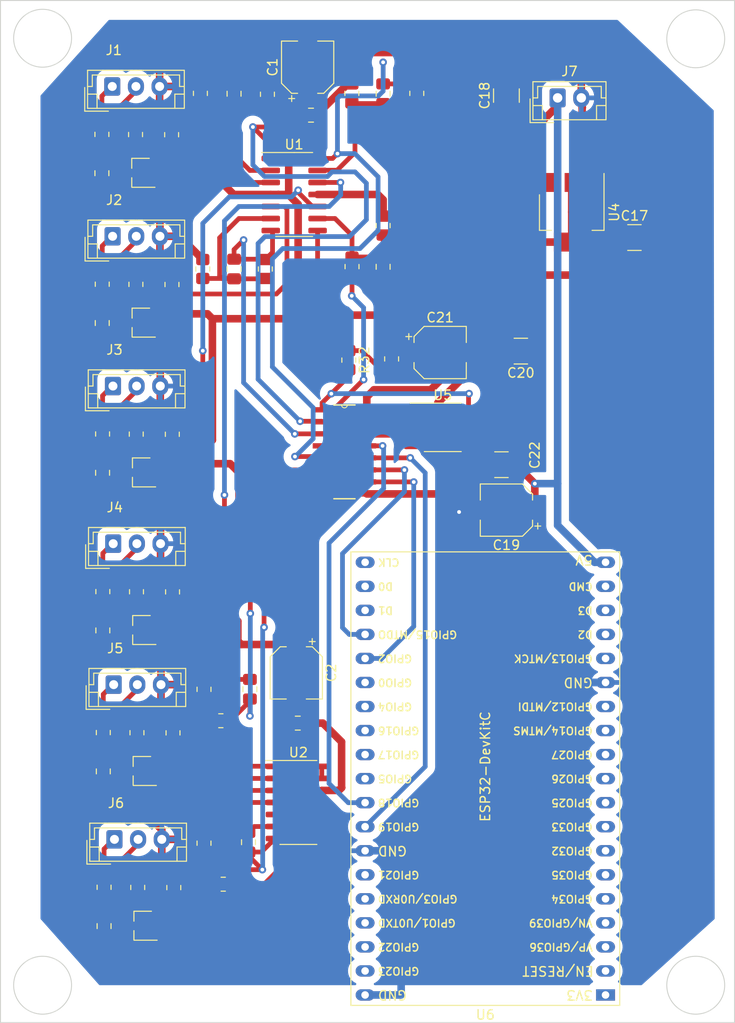
<source format=kicad_pcb>
(kicad_pcb (version 20221018) (generator pcbnew)
  (layers (0 "F.Cu" signal) (31 "B.Cu" signal) (34 "B.Paste" user) (35 "F.Paste" user) (36 "B.SilkS" user "B.Silkscreen") (37 "F.SilkS" user "F.Silkscreen") (38 "B.Mask" user) (39 "F.Mask" user) (44 "Edge.Cuts" user))
  (net 0 "")
  (net 1 "GND")
  (net 2 "+3.3V")
  (net 3 "Net-(U1A--)")
  (net 4 "ADC1")
  (net 5 "Net-(J1-Pin_1)")
  (net 6 "Net-(J1-Pin_2)")
  (net 7 "SIG1")
  (net 8 "ADC2")
  (net 9 "ADC3")
  (net 10 "ADC4")
  (net 11 "ADC5")
  (net 12 "ADC6")
  (net 14 "SIG2")
  (net 15 "SIG3")
  (net 16 "SIG4")
  (net 17 "Net-(J2-Pin_1)")
  (net 18 "Net-(J2-Pin_2)")
  (net 19 "Net-(J3-Pin_1)")
  (net 20 "Net-(J3-Pin_2)")
  (net 21 "Net-(J4-Pin_1)")
  (net 22 "Net-(J4-Pin_2)")
  (net 23 "Net-(U1B--)")
  (net 24 "Net-(U1C--)")
  (net 25 "Net-(U1D--)")
  (net 26 "SIG5")
  (net 27 "Net-(J5-Pin_1)")
  (net 28 "Net-(J5-Pin_2)")
  (net 29 "SIG6")
  (net 30 "Net-(J6-Pin_1)")
  (net 31 "Net-(J6-Pin_2)")
  (net 32 "Net-(U2A--)")
  (net 33 "Net-(U2B--)")
  (net 34 "ADC0")
  (net 51 "+5V")
  (net 65 "ADCCS0")
  (net 66 "MISO")
  (net 67 "MOSI")
  (net 68 "SCLK")
  (net 69 "Net-(C21-Pad1)")
  (net 71 "Net-(U2C--)")
  (net 72 "Net-(U2D--)")
  (footprint "Capacitor_SMD:C_0805_2012Metric_Pad1.18x1.45mm_HandSolder" (layer "F.Cu") (at 39.751396 112.888842 -90)
    (fp_text reference "C16" hide)
    (fp_text value "10nF")
  )
  (footprint "Resistor_SMD:R_0805_2012Metric_Pad1.20x1.40mm_HandSolder" (layer "F.Cu") (at 34.925 52.324 90)
    (fp_text reference "R20" hide)
    (fp_text value "10k")
  )
  (footprint "Resistor_SMD:R_0805_2012Metric_Pad1.20x1.40mm_HandSolder" (layer "F.Cu") (at 24.494605 117.653413 90)
    (fp_text reference "R17" hide)
    (fp_text value "490k")
  )
  (footprint "Connector_JST:JST_EH_B3B-EH-A_1x03_P2.50mm_Vertical" (layer "F.Cu") (at 25.433974 64.690778)
    (fp_text reference "J3")
    (fp_text value "JST-Bu")
  )
  (footprint "Connector_JST:JST_EH_B3B-EH-A_1x03_P2.50mm_Vertical" (layer "F.Cu") (at 25.46 81.346)
    (fp_text reference "J4")
    (fp_text value "JST-Bu")
  )
  (footprint "Connector_JST:JST_EH_B3B-EH-A_1x03_P2.50mm_Vertical" (layer "F.Cu") (at 25.508403 96.240654)
    (fp_text reference "J5")
    (fp_text value "JST-Bu")
  )
  (footprint "Package_TO_SOT_SMD:TSOT-23" (layer "F.Cu") (at 28.369 42.18 180)
    (fp_text reference "D1" hide)
    (fp_text value "BAT54S")
  )
  (footprint "Package_TO_SOT_SMD:TSOT-23" (layer "F.Cu") (at 28.468 90.49 180)
    (fp_text reference "D4" hide)
    (fp_text value "BAT54S")
  )
  (footprint "Resistor_SMD:R_0805_2012Metric_Pad1.20x1.40mm_HandSolder" (layer "F.Cu") (at 31.631 38.132 90)
    (fp_text reference "R8" hide)
    (fp_text value "10k")
  )
  (footprint "Capacitor_SMD:C_0805_2012Metric_Pad1.18x1.45mm_HandSolder" (layer "F.Cu") (at 38.227 52.324 90)
    (fp_text reference "C12" hide)
    (fp_text value "10nF")
  )
  (footprint "Capacitor_SMD:CP_Elec_5x3" (layer "F.Cu") (at 46 31 90)
    (fp_text reference "C1")
    (fp_text value "10uF")
  )
  (footprint "Resistor_SMD:R_0805_2012Metric_Pad1.20x1.40mm_HandSolder" (layer "F.Cu") (at 24.364 86.41 90)
    (fp_text reference "R13" hide)
    (fp_text value "490k")
  )
  (footprint "Package_TO_SOT_SMD:TSOT-23" (layer "F.Cu") (at 28.405041 58.010839 180)
    (fp_text reference "D2" hide)
    (fp_text value "BAT54S")
  )
  (footprint "Capacitor_SMD:C_0805_2012Metric_Pad1.18x1.45mm_HandSolder" (layer "F.Cu") (at 24.301041 58.032339 -90)
    (fp_text reference "C6" hide)
    (fp_text value "10nF")
  )
  (footprint "Connector_JST:JST_EH_B3B-EH-A_1x03_P2.50mm_Vertical" (layer "F.Cu") (at 25.397041 48.866839)
    (fp_text reference "J2")
    (fp_text value "JST-Bu")
  )
  (footprint "Resistor_SMD:R_0805_2012Metric_Pad1.20x1.40mm_HandSolder" (layer "F.Cu") (at 34.671 33.766 90)
    (fp_text reference "R19" hide)
    (fp_text value "10k")
  )
  (footprint "Resistor_SMD:R_0805_2012Metric_Pad1.20x1.40mm_HandSolder" (layer "F.Cu") (at 31.667041 53.962839 90)
    (fp_text reference "R10" hide)
    (fp_text value "10k")
  )
  (footprint "Resistor_SMD:R_0805_2012Metric_Pad1.20x1.40mm_HandSolder" (layer "F.Cu") (at 54.872134 61.824193 -90)
    (fp_text reference "R31" hide)
    (fp_text value "100R")
  )
  (footprint "Resistor_SMD:R_0805_2012Metric_Pad1.20x1.40mm_HandSolder" (layer "F.Cu") (at 24.412403 101.304654 90)
    (fp_text reference "R15" hide)
    (fp_text value "490k")
  )
  (footprint "Capacitor_SMD:C_0805_2012Metric_Pad1.18x1.45mm_HandSolder" (layer "F.Cu") (at 53.975 33.8035 90)
    (fp_text reference "C14" hide)
    (fp_text value "10nF")
  )
  (footprint "Package_TO_SOT_SMD:TSOT-23" (layer "F.Cu") (at 28.516403 105.384654 180)
    (fp_text reference "D5" hide)
    (fp_text value "BAT54S")
  )
  (footprint "Resistor_SMD:R_0805_2012Metric_Pad1.20x1.40mm_HandSolder" (layer "F.Cu") (at 41.529 52.324 -90)
    (fp_text reference "R26" hide)
    (fp_text value "140k")
  )
  (footprint "Package_TO_SOT_SMD:TSOT-23" (layer "F.Cu") (at 28.441974 73.834778 180)
    (fp_text reference "D3" hide)
    (fp_text value "BAT54S")
  )
  (footprint "Capacitor_SMD:C_0805_2012Metric_Pad1.18x1.45mm_HandSolder" (layer "F.Cu") (at 39.900301 96.724054 -90)
    (fp_text reference "C15" hide)
    (fp_text value "10nF")
  )
  (footprint "Resistor_SMD:R_0805_2012Metric_Pad1.20x1.40mm_HandSolder" (layer "F.Cu") (at 35.052 96.7365 90)
    (fp_text reference "R23" hide)
    (fp_text value "10k")
  )
  (footprint "Package_TO_SOT_SMD:SOT-223-3_TabPin2" (layer "F.Cu") (at 73.9 46.33 -90)
    (fp_text reference "U4")
    (fp_text value "AMS1117-3.3")
  )
  (footprint "Resistor_SMD:R_0805_2012Metric_Pad1.20x1.40mm_HandSolder" (layer "F.Cu") (at 31.703974 69.786778 90)
    (fp_text reference "R12" hide)
    (fp_text value "10k")
  )
  (footprint "Resistor_SMD:R_0805_2012Metric_Pad1.20x1.40mm_HandSolder" (layer "F.Cu") (at 31.778403 101.336654 90)
    (fp_text reference "R16" hide)
    (fp_text value "10k")
  )
  (footprint "Capacitor_SMD:C_0805_2012Metric_Pad1.18x1.45mm_HandSolder" (layer "F.Cu") (at 44.958 100.3085)
    (fp_text reference "C4" hide)
    (fp_text value "100nF")
  )
  (footprint "Resistor_SMD:R_0805_2012Metric_Pad1.20x1.40mm_HandSolder" (layer "F.Cu") (at 57.531 33.766 -90)
    (fp_text reference "R28" hide)
    (fp_text value "140k")
  )
  (footprint "Capacitor_SMD:C_0805_2012Metric_Pad1.18x1.45mm_HandSolder" (layer "F.Cu") (at 24.337974 73.856278 -90)
    (fp_text reference "C7" hide)
    (fp_text value "10nF")
  )
  (footprint "Connector_JST:JST_EH_B3B-EH-A_1x03_P2.50mm_Vertical" (layer "F.Cu") (at 25.590605 112.589413)
    (fp_text reference "J6")
    (fp_text value "JST-Bu")
  )
  (footprint "Resistor_SMD:R_0805_2012Metric_Pad1.20x1.40mm_HandSolder" (layer "F.Cu") (at 27.968403 101.320654 90)
    (fp_text reference "R5" hide)
    (fp_text value "10R")
  )
  (footprint "Resistor_SMD:R_0805_2012Metric_Pad1.20x1.40mm_HandSolder" (layer "F.Cu") (at 36.83 100.0545 180)
    (fp_text reference "R29" hide)
    (fp_text value "140k")
  )
  (footprint "Package_SO:SOIC-14_3.9x8.7mm_P1.27mm" (layer "F.Cu") (at 44.577 44.45)
    (fp_text reference "U1")
    (fp_text value "MCP6044")
  )
  (footprint "Capacitor_SMD:C_0805_2012Metric_Pad1.18x1.45mm_HandSolder" (layer "F.Cu") (at 38.227 33.8035 90)
    (fp_text reference "C11" hide)
    (fp_text value "10nF")
  )
  (footprint "Capacitor_SMD:C_1210_3225Metric" (layer "F.Cu") (at 68.525 61 180)
    (fp_text reference "C20")
    (fp_text value "2,2uF")
  )
  (footprint "Resistor_SMD:R_0805_2012Metric_Pad1.20x1.40mm_HandSolder" (layer "F.Cu") (at 50.673 33.766 90)
    (fp_text reference "R22" hide)
    (fp_text value "10k")
  )
  (footprint "Capacitor_SMD:CP_Elec_5x3" (layer "F.Cu") (at 67 77.8 180)
    (fp_text reference "C19")
    (fp_text value "10 uF")
  )
  (footprint "Espressif:ESP32-DevKitC" (layer "F.Cu") (at 77.47 129.032 180)
    (fp_text reference "U6")
    (fp_text value "ESP32-DevKitC")
  )
  (footprint "Capacitor_SMD:C_0805_2012Metric_Pad1.18x1.45mm_HandSolder" (layer "F.Cu") (at 24.412403 105.406154 -90)
    (fp_text reference "C9" hide)
    (fp_text value "10nF")
  )
  (footprint "Resistor_SMD:R_0805_2012Metric_Pad1.20x1.40mm_HandSolder" (layer "F.Cu") (at 24.337974 69.754778 90)
    (fp_text reference "R11" hide)
    (fp_text value "490k")
  )
  (footprint "MCP3208-BI_SL:SOIC127P600X175-16N" (layer "F.Cu") (at 49.8878 71.645)
    (fp_text reference "U3" hide)
    (fp_text value "MCP3208-BI/SL")
  )
  (footprint "Resistor_SMD:R_0805_2012Metric_Pad1.20x1.40mm_HandSolder" (layer "F.Cu") (at 28.050605 117.669413 90)
    (fp_text reference "R6" hide)
    (fp_text value "10R")
  )
  (footprint "Resistor_SMD:R_0805_2012Metric_Pad1.20x1.40mm_HandSolder" (layer "F.Cu") (at 37.084 117.3265 180)
    (fp_text reference "R30" hide)
    (fp_text value "140k")
  )
  (footprint "Capacitor_SMD:C_0805_2012Metric_Pad1.18x1.45mm_HandSolder" (layer "F.Cu") (at 46.355 36.068)
    (fp_text reference "C3" hide)
    (fp_text value "100nF")
  )
  (footprint "Resistor_SMD:R_0805_2012Metric_Pad1.20x1.40mm_HandSolder" (layer "F.Cu") (at 50.689 52.07 90)
    (fp_text reference "R27" hide)
    (fp_text value "140k")
  )
  (footprint "Connector_JST:JST_EH_B2B-EH-A_1x02_P2.50mm_Vertical" (layer "F.Cu") (at 72.41 34.244)
    (fp_text reference "J7")
    (fp_text value "JST-BU")
  )
  (footprint "Package_SO:SOIC-8_3.9x4.9mm_P1.27mm" (layer "F.Cu") (at 60.275 69.055)
    (fp_text reference "U5")
    (fp_text value "LM385S-1.2")
  )
  (footprint "Package_TO_SOT_SMD:TSOT-23" (layer "F.Cu") (at 28.598605 121.733413 180)
    (fp_text reference "D6" hide)
    (fp_text value "BAT54S")
  )
  (footprint "Capacitor_SMD:C_0805_2012Metric_Pad1.18x1.45mm_HandSolder" (layer "F.Cu") (at 53.975 52.0915 -90)
    (fp_text reference "C13" hide)
    (fp_text value "10nF")
  )
  (footprint "Resistor_SMD:R_0805_2012Metric_Pad1.20x1.40mm_HandSolder" (layer "F.Cu") (at 27.821 38.116 90)
    (fp_text reference "R1" hide)
    (fp_text value "10R")
  )
  (footprint "Resistor_SMD:R_0805_2012Metric_Pad1.20x1.40mm_HandSolder" (layer "F.Cu") (at 27.92 86.426 90)
    (fp_text reference "R4" hide)
    (fp_text value "10R")
  )
  (footprint "Resistor_SMD:R_0805_2012Metric_Pad1.20x1.40mm_HandSolder" (layer "F.Cu") (at 24.265 38.1 90)
    (fp_text reference "R7" hide)
    (fp_text value "490k")
  )
  (footprint "Resistor_SMD:R_0805_2012Metric_Pad1.20x1.40mm_HandSolder" (layer "F.Cu") (at 35.052 112.9925 90)
    (fp_text reference "R24" hide)
    (fp_text value "10k")
  )
  (footprint "Resistor_SMD:R_0805_2012Metric_Pad1.20x1.40mm_HandSolder" (layer "F.Cu") (at 24.301041 53.930839 90)
    (fp_text reference "R9" hide)
    (fp_text value "490k")
  )
  (footprint "Package_SO:SOIC-14_3.9x8.7mm_P1.27mm" (layer "F.Cu") (at 45.023 108.6905)
    (fp_text reference "U2")
    (fp_text value "MCP6044")
  )
  (footprint "Resistor_SMD:R_0805_2012Metric_Pad1.20x1.40mm_HandSolder" (layer "F.Cu") (at 31.73 86.442 90)
    (fp_text reference "R14" hide)
    (fp_text value "10k")
  )
  (footprint "Connector_JST:JST_EH_B3B-EH-A_1x03_P2.50mm_Vertical" (layer "F.Cu") (at 25.361 33.036)
    (fp_text reference "J1")
    (fp_text value "JST-Bu")
  )
  (footprint "Resistor_SMD:R_0805_2012Metric_Pad1.20x1.40mm_HandSolder" (layer "F.Cu") (at 31.860605 117.685413 90)
    (fp_text reference "R18" hide)
    (fp_text value "10k")
  )
  (footprint "Resistor_SMD:R_0805_2012Metric_Pad1.20x1.40mm_HandSolder" (layer "F.Cu") (at 27.893974 69.770778 90)
    (fp_text reference "R3" hide)
    (fp_text value "10R")
  )
  (footprint "Capacitor_SMD:C_0805_2012Metric_Pad1.18x1.45mm_HandSolder" (layer "F.Cu") (at 24.494605 121.754913 -90)
    (fp_text reference "C10" hide)
    (fp_text value "10nF")
  )
  (footprint "Resistor_SMD:R_0805_2012Metric_Pad1.20x1.40mm_HandSolder" (layer "F.Cu") (at 50.35 61.95 -90)
    (fp_text reference "R32")
    (fp_text value "820R")
  )
  (footprint "Capacitor_SMD:CP_Elec_5x3" (layer "F.Cu") (at 60 61.15)
    (fp_text reference "C21")
    (fp_text value "10uF")
  )
  (footprint "Capacitor_SMD:C_0805_2012Metric_Pad1.18x1.45mm_HandSolder" (layer "F.Cu") (at 24.364 90.5115 -90)
    (fp_text reference "C8" hide)
    (fp_text value "10nF")
  )
  (footprint "Capacitor_SMD:C_1210_3225Metric" (layer "F.Cu") (at 80.525 49)
    (fp_text reference "C17")
    (fp_text value "4,7uF")
  )
  (footprint "Capacitor_SMD:CP_Elec_5x3" (layer "F.Cu") (at 44.8 95 -90)
    (fp_text reference "C2")
    (fp_text value "10uF")
  )
  (footprint "Resistor_SMD:R_0805_2012Metric_Pad1.20x1.40mm_HandSolder" (layer "F.Cu") (at 41.751616 33.860629 -90)
    (fp_text reference "R25" hide)
    (fp_text value "140k")
  )
  (footprint "Capacitor_SMD:C_1210_3225Metric" (layer "F.Cu") (at 66.475 73 180)
    (fp_text reference "C22")
    (fp_text value "2,2uF")
  )
  (footprint "Capacitor_SMD:C_1210_3225Metric" (layer "F.Cu") (at 67 34 90)
    (fp_text reference "C18")
    (fp_text value "4,7uF")
  )
  (footprint "Resistor_SMD:R_0805_2012Metric_Pad1.20x1.40mm_HandSolder" (layer "F.Cu") (at 53.975 47.736 90)
    (fp_text reference "R21" hide)
    (fp_text value "10k")
  )
  (footprint "Capacitor_SMD:C_0805_2012Metric_Pad1.18x1.45mm_HandSolder" (layer "F.Cu") (at 24.265 42.2015 -90)
    (fp_text reference "C5" hide)
    (fp_text value "10nF")
  )
  (footprint "Resistor_SMD:R_0805_2012Metric_Pad1.20x1.40mm_HandSolder" (layer "F.Cu") (at 27.857041 53.946839 90)
    (fp_text reference "R2" hide)
    (fp_text value "10R")
  )
  (gr_circle (center 18 128) (end 20.032 130.286) (stroke (width 0.1)) (fill none) (layer "Edge.Cuts"))
  (gr_circle (center 87 28) (end 89.032 30.286) (stroke (width 0.1)) (fill none) (layer "Edge.Cuts"))
  (gr_rect (start 13.55 23.95) (end 91.1 131.95) (stroke (width 0.1)) (fill none) (layer "Edge.Cuts"))
  (gr_circle (center 18 27.94) (end 20.032 30.226) (stroke (width 0.1)) (fill none) (layer "Edge.Cuts"))
  (gr_circle (center 87 128) (end 89.032 130.286) (stroke (width 0.1)) (fill none) (layer "Edge.Cuts"))
  (segment (start 75.025616 35.239969) (end 75 35.265585) (width 0.8) (layer "F.Cu") (net 1))
  (segment (start 64.8 77.8) (end 64.8 73.2) (width 0.8) (layer "F.Cu") (net 1))
  (segment (start 29.826403 106.334654) (end 29.826403 107.152866) (width 0.8) (layer "F.Cu") (net 1))
  (segment (start 21.551912 109.22) (end 21.551912 120.551912) (width 0.8) (layer "F.Cu") (net 1))
  (segment (start 46 97) (end 46 100.304) (width 0.8) (layer "F.Cu") (net 1))
  (segment (start 21.55456 106.443654) (end 21.551912 106.446302) (width 0.8) (layer "F.Cu") (net 1))
  (segment (start 24.362491 93.558792) (end 21.628433 93.558792) (width 0.8) (layer "F.Cu") (net 1))
  (segment (start 64.717779 55.085151) (end 64.717779 61.15) (width 0.8) (layer "F.Cu") (net 1))
  (segment (start 30.361 33.036) (end 34.401 33.036) (width 0.8) (layer "F.Cu") (net 1))
  (segment (start 50 29.453176) (end 47.318659 29.453176) (width 0.8) (layer "F.Cu") (net 1))
  (segment (start 49.428639 111.444771) (end 49.464807 111.480939) (width 0.8) (layer "F.Cu") (net 1))
  (segment (start 29.751974 78.211203) (end 29.999506 78.458735) (width 0.8) (layer "F.Cu") (net 1))
  (segment (start 24.265 43.239) (end 24.107422 43.396578) (width 0.8) (layer "F.Cu") (net 1))
  (segment (start 30.508403 93.991169) (end 30.076026 93.558792) (width 0.8) (layer "F.Cu") (net 1))
  (segment (start 24.412403 106.443654) (end 21.55456 106.443654) (width 0.8) (layer "F.Cu") (net 1))
  (segment (start 29.799605 122.792413) (end 29.908605 122.683413) (width 0.8) (layer "F.Cu") (net 1))
  (segment (start 48.625799 109.9605) (end 49.428639 110.76334) (width 0.8) (layer "F.Cu") (net 1))
  (segment (start 81.031918 52.968082) (end 66.834848 52.968082) (width 0.8) (layer "F.Cu") (net 1))
  (segment (start 29.574 85.426) (end 30.46 84.54) (width 0.8) (layer "F.Cu") (net 1))
  (segment (start 60.09 76.09) (end 62 78) (width 0.8) (layer "F.Cu") (net 1))
  (segment (start 21.551912 106.446302) (end 21.551912 109.22) (width 0.8) (layer "F.Cu") (net 1))
  (segment (start 82 48) (end 82 45.5) (width 0.8) (layer "F.Cu") (net 1))
  (segment (start 49.592984 107.123908) (end 49.428639 107.288253) (width 0.8) (layer "F.Cu") (net 1))
  (segment (start 49.464807 115.947915) (end 42.729309 122.683413) (width 0.8) (layer "F.Cu") (net 1))
  (segment (start 22.86 109.22) (end 21.551912 109.22) (width 0.8) (layer "F.Cu") (net 1))
  (segment (start 21.551912 120.551912) (end 23.792413 122.792413) (width 0.8) (layer "F.Cu") (net 1))
  (segment (start 30.361 35.639) (end 30.361 33.036) (width 0.8) (layer "F.Cu") (net 1))
  (segment (start 24.20945 61.573198) (end 21.679446 61.573198) (width 0.8) (layer "F.Cu") (net 1))
  (segment (start 74.91 30.428575) (end 73.92989 29.448465) (width 0.8) (layer "F.Cu") (net 1))
  (segment (start 30.076026 93.558792) (end 24.362491 93.558792) (width 0.8) (layer "F.Cu") (net 1))
  (segment (start 32.467839 48.866839) (end 34.925 51.324) (width 0.8) (layer "F.Cu") (net 1))
  (segment (start 30.433974 62.670845) (end 29.336327 61.573198) (width 0.8) (layer "F.Cu") (net 1))
  (segment (start 59.765314 66.448109) (end 59.765314 70.580219) (width 0.8) (layer "F.Cu") (net 1))
  (segment (start 49.296392 107.4205) (end 47.498 107.4205) (width 0.8) (layer "F.Cu") (net 1))
  (segment (start 67 29.840902) (end 67.387726 29.453176) (width 0.8) (layer "F.Cu") (net 1))
  (segment (start 24.364 91.549) (end 24.364 93.557283) (width 0.8) (layer "F.Cu") (net 1))
  (segment (start 73.92989 29.448465) (end 67.392437 29.448465) (width 0.8) (layer "F.Cu") (net 1))
  (segment (start 29.330587 116.669413) (end 30.590605 115.409395) (width 0.8) (layer "F.Cu") (net 1))
  (segment (start 29.751974 74.784778) (end 29.751974 78.211203) (width 0.8) (layer "F.Cu") (net 1))
  (segment (start 34.547846 96.240654) (end 35.052 95.7365) (width 0.8) (layer "F.Cu") (net 1))
  (segment (start 64.8 77.8) (end 64.6 78) (width 0.8) (layer "F.Cu") (net 1))
  (segment (start 55.211139 69.74) (end 56.431139 70.96) (width 0.8) (layer "F.Cu") (net 1))
  (segment (start 30.590605 111.569003) (end 28.241602 109.22) (width 0.8) (layer "F.Cu") (net 1))
  (segment (start 24.337974 74.893778) (end 24.337974 78.457745) (width 0.8) (layer "F.Cu") (net 1))
  (segment (start 53.419451 44.45) (end 53.975 45.005549) (width 0.8) (layer "F.Cu") (net 1))
  (segment (start 47.3925 36.068) (end 47.3925 35.6075) (width 0.8) (layer "F.Cu") (net 1))
  (segment (start 75 35.265585) (end 75 40.18) (width 0.8) (layer "F.Cu") (net 1))
  (segment (start 46 100.304) (end 45.9955 100.3085) (width 0.8) (layer "F.Cu") (net 1))
  (segment (start 21.551912 78.458735) (end 21.551912 93.482271) (width 0.8) (layer "F.Cu") (net 1))
  (segment (start 75 40.18) (end 76.2 41.38) (width 0.8) (layer "F.Cu") (net 1))
  (segment (start 47.498 109.9605) (end 48.625799 109.9605) (width 0.8) (layer "F.Cu") (net 1))
  (segment (start 29.778 91.44) (end 29.778 93.260766) (width 0.8) (layer "F.Cu") (net 1))
  (segment (start 62.2 61.15) (end 64.717779 61.15) (width 0.8) (layer "F.Cu") (net 1))
  (segment (start 49.592984 107.123908) (end 49.586356 107.11728) (width 0.8) (layer "F.Cu") (net 1))
  (segment (start 30.397041 48.866839) (end 32.467839 48.866839) (width 0.8) (layer "F.Cu") (net 1))
  (segment (start 67.392437 29.448465) (end 67.387726 29.453176) (width 0.8) (layer "F.Cu") (net 1))
  (segment (start 27.759269 109.22) (end 22.86 109.22) (width 0.8) (layer "F.Cu") (net 1))
  (segment (start 29.756501 45.72) (end 24.107422 45.72) (width 0.8) (layer "F.Cu") (net 1))
  (segment (start 45 97) (end 46 97) (width 0.8) (layer "F.Cu") (net 1))
  (segment (start 77.5 45.5) (end 76.2 44.2) (width 0.8) (layer "F.Cu") (net 1))
  (segment (start 49.296392 107.4205) (end 49.592984 107.123908) (width 0.8) (layer "F.Cu") (net 1))
  (segment (start 24.364 93.557283) (end 24.362491 93.558792) (width 0.8) (layer "F.Cu") (net 1))
  (segment (start 28.050605 116.669413) (end 29.330587 116.669413) (width 0.8) (layer "F.Cu") (net 1))
  (segment (start 47.498 108.6905) (end 47.498 109.9605) (width 0.8) (layer "F.Cu") (net 1))
  (segment (start 27.857041 52.946839) (end 29.053161 52.946839) (width 0.8) (layer "F.Cu") (net 1))
  (segment (start 30.508403 96.240654) (end 34.547846 96.240654) (width 0.8) (layer "F.Cu") (net 1))
  (segment (start 24.494605 122.792413) (end 29.799605 122.792413) (width 0.8) (layer "F.Cu") (net 1))
  (segment (start 21.551912 93.482271) (end 21.551912 106.446302) (width 0.8) (layer "F.Cu") (net 1))
  (segment (start 62.2 64.013423) (end 59.765314 66.448109) (width 0.8) (layer "F.Cu") (net 1))
  (segment (start 29.715041 61.194484) (end 29.336327 61.573198) (width 0.8) (layer "F.Cu") (net 1))
  (segment (start 59.736 46.736) (end 60 46.472) (width 0.8) (layer "F.Cu") (net 1))
  (segment (start 32.410587 112.589413) (end 33.0075 111.9925) (width 0.8) (layer "F.Cu") (net 1))
  (segment (start 24.107422 43.396578) (end 24.107422 45.72) (width 0.8) (layer "F.Cu") (net 1))
  (segment (start 76.2 41.38) (end 76.2 43.18) (width 0.8) (layer "F.Cu") (net 1))
  (segment (start 24.337974 78.457745) (end 24.336984 78.458735) (width 0.8) (layer "F.Cu") (net 1))
  (segment (start 30.508403 96.240654) (end 30.508403 98.491597) (width 0.8) (layer "F.Cu") (net 1))
  (segment (start 59.385533 70.96) (end 57.8 70.96) (width 0.8) (layer "F.Cu") (net 1))
  (segment (start 52.25 76.09) (end 60.09 76.09) (width 0.8) (layer "F.Cu") (net 1))
  (segment (start 28.884 37.116) (end 30.361 35.639) (width 0.8) (layer "F.Cu") (net 1))
  (segment (start 67 32.525) (end 67 29.840902) (width 0.8) (layer "F.Cu") (net 1))
  (segment (start 47.498 107.4205) (end 47.498 108.6905) (width 0.8) (layer "F.Cu") (net 1))
  (segment (start 29.679 45.6425) (end 30.11825 46.08175) (width 0.8) (layer "F.Cu") (net 1))
  (segment (start 64.6 78) (end 62 78) (width 0.8) (layer "F.Cu") (net 1))
  (segment (start 76.2 44.2) (end 76.2 43.18) (width 0.8) (layer "F.Cu") (net 1))
  (segment (start 50 32.093) (end 50 29.453176) (width 0.8) (layer "F.Cu") (net 1))
  (segment (start 56.431139 70.96) (end 57.8 70.96) (width 0.8) (layer "F.Cu") (net 1))
  (segment (start 27.821 37.116) (end 28.884 37.116) (width 0.8) (layer "F.Cu") (net 1))
  (segment (start 21.551912 61.700732) (end 21.551912 78.458735) (width 0.8) (layer "F.Cu") (net 1))
  (segment (start 30.590605 112.589413) (end 32.410587 112.589413) (width 0.8) (layer "F.Cu") (net 1))
  (segment (start 66.834848 52.968082) (end 64.717779 55.085151) (width 0.8) (layer "F.Cu") (net 1))
  (segment (start 60 46.472) (end 60 29.453176) (width 0.8) (layer "F.Cu") (net 1))
  (segment (start 29.826403 107.152866) (end 27.759269 109.22) (width 0.8) (layer "F.Cu") (net 1))
  (segment (start 30.46 78.919229) (end 29.999506 78.458735) (width 0.8) (layer "F.Cu") (net 1))
  (segment (start 30.508403 96.240654) (end 30.508403 93.991169) (width 0.8) (layer "F.Cu") (net 1))
  (segment (start 29.679 43.13) (end 29.679 45.6425) (width 0.8) (layer "F.Cu") (net 1))
  (segment (start 29.999506 78.458735) (end 24.336984 78.458735) (width 0.8) (layer "F.Cu") (net 1))
  (segment (start 30.361 33.036) (end 30.361 29.572176) (width 0.8) (layer "F.Cu") (net 1))
  (segment (start 74.91 34.244) (end 74.91 30.428575) (width 0.8) (layer "F.Cu") (net 1))
  (segment (start 23.792413 122.792413) (end 24.494605 122.792413) (width 0.8) (layer "F.Cu") (net 1))
  (segment (start 50.673 32.766) (end 50 32.093) (width 0.8) (layer "F.Cu") (net 1))
  (segment (start 33.0075 111.9925) (end 35.052 111.9925) (width 0.8) (layer "F.Cu") (net 1))
  (segment (start 24.301041 59.069839) (end 24.301041 61.481607) (width 0.8) (layer "F.Cu") (net 1))
  (segment (start 30.433974 64.690778) (end 30.433974 62.670845) (width 0.8) (layer "F.Cu") (net 1))
  (segment (start 24.336984 78.458735) (end 21.551912 78.458735) (width 0.8) (layer "F.Cu") (net 1))
  (segment (start 30.590605 112.589413) (end 30.590605 111.569003) (width 0.8) (layer "F.Cu") (net 1))
  (segment (start 67.387726 29.453176) (end 64.058737 29.453176) (width 0.8) (layer "F.Cu") (net 1))
  (segment (start 30.11825 46.08175) (end 29.756501 45.72) (width 0.8) (layer "F.Cu") (net 1))
  (segment (start 29.778 93.260766) (end 30.076026 93.558792) (width 0.8) (layer "F.Cu") (net 1))
  (segment (start 52.25 69.74) (end 55.211139 69.74) (width 0.8) (layer "F.Cu") (net 1))
  (segment (start 49.428639 110.76334) (end 49.428639 111.444771) (width 0.8) (layer "F.Cu") (net 1))
  (segment (start 27.92 85.426) (end 29.574 85.426) (width 0.8) (layer "F.Cu") (net 1))
  (segment (start 30.508403 98.491597) (end 28.679346 100.320654) (width 0.8) (layer "F.Cu") (net 1))
  (segment (start 44.8 97.2) (end 45 97) (width 0.8) (layer "F.Cu") (net 1))
  (segment (start 28.241602 109.22) (end 27.759269 109.22) (width 0.8) (layer "F.Cu") (net 1))
  (segment (start 30.46 84.54) (end 30.46 81.346) (width 0.8) (layer "F.Cu") (net 1))
  (segment (start 42.729309 122.683413) (end 29.908605 122.683413) (width 0.8) (layer "F.Cu") (net 1))
  (segment (start 30.590605 115.409395) (end 30.590605 112.589413) (width 0.8) (layer "F.Cu") (net 1))
  (segment (start 30.397041 48.866839) (end 30.397041 46.36054) (width 0.8) (layer "F.Cu") (net 1))
  (segment (start 47.052 44.45) (end 53.419451 44.45) (width 0.8) (layer "F.Cu") (net 1))
  (segment (start 82 45.5) (end 77.5 45.5) (width 0.8) (layer "F.Cu") (net 1))
  (segment (start 24.765776 29.453176) (end 21.551912 32.66704) (width 0.8) (layer "F.Cu") (net 1))
  (segment (start 64.8 73.2) (end 65 73) (width 0.8) (layer "F.Cu") (net 1))
  (segment (start 64.717779 61.15) (end 66.5 61.15) (width 0.8) (layer "F.Cu") (net 1))
  (segment (start 21.551912 32.66704) (end 21.551912 45.72) (width 0.8) (layer "F.Cu") (net 1))
  (segment (start 28.679346 100.320654) (end 27.968403 100.320654) (width 0.8) (layer "F.Cu") (net 1))
  (segment (start 21.628433 93.558792) (end 21.551912 93.482271) (width 0.8) (layer "F.Cu") (net 1))
  (segment (start 53.975 45.005549) (end 53.975 46.736) (width 0.8) (layer "F.Cu") (net 1))
  (segment (start 59.765314 70.580219) (end 59.726299 70.619234) (width 0.8) (layer "F.Cu") (net 1))
  (segment (start 47.3925 35.6075) (end 50.234 32.766) (width 0.8) (layer "F.Cu") (net 1))
  (segment (start 47.610308 100.3085) (end 45.9955 100.3085) (width 0.8) (layer "F.Cu") (net 1))
  (segment (start 47.318659 29.453176) (end 30.48 29.453176) (width 0.8) (layer "F.Cu") (net 1))
  (segment (start 49.464807 111.480939) (end 49.464807 115.947915) (width 0.8) (layer "F.Cu") (net 1))
  (segment (start 29.229222 68.770778) (end 30.433974 67.566026) (width 0.8) (layer "F.Cu") (net 1))
  (segment (start 53.975 46.736) (end 59.736 46.736) (width 0.8) (layer "F.Cu") (net 1))
  (segment (start 30.397041 46.36054) (end 30.11825 46.08175) (width 0.8) (layer "F.Cu") (net 1))
  (segment (start 29.336327 61.573198) (end 24.20945 61.573198) (width 0.8) (layer "F.Cu") (net 1))
  (segment (start 27.893974 68.770778) (end 29.229222 68.770778) (width 0.8) (layer "F.Cu") (net 1))
  (segment (start 29.715041 58.960839) (end 29.715041 61.194484) (width 0.8) (layer "F.Cu") (net 1))
  (segment (start 34.401 33.036) (end 34.671 32.766) (width 0.8) (layer "F.Cu") (net 1))
  (segment (start 49.586356 102.284548) (end 47.610308 100.3085) (width 0.8) (layer "F.Cu") (net 1))
  (segment (start 49.586356 107.11728) (end 49.586356 102.284548) (width 0.8) (layer "F.Cu") (net 1))
  (segment (start 30.397041 51.602959) (end 30.397041 48.866839) (width 0.8) (layer "F.Cu") (net 1))
  (segment (start 24.107422 45.72) (end 21.551912 45.72) (width 0.8) (layer "F.Cu") (net 1))
  (segment (start 62.2 61.15) (end 62.2 64.013423) (width 0.8) (layer "F.Cu") (net 1))
  (segment (start 30.48 29.453176) (end 24.765776 29.453176) (width 0.8) (layer "F.Cu") (net 1))
  (segment (start 82 49) (end 82 52) (width 0.8) (layer "F.Cu") (net 1))
  (segment (start 64.058737 29.453176) (end 50 29.453176) (width 0.8) (layer "F.Cu") (net 1))
  (segment (start 30.433974 67.566026) (end 30.433974 64.690778) (width 0.8) (layer "F.Cu") (net 1))
  (segment (start 30.46 81.346) (end 30.46 78.919229) (width 0.8) (layer "F.Cu") (net 1))
  (segment (start 30.361 29.572176) (end 30.48 29.453176) (width 0.8) (layer "F.Cu") (net 1))
  (segment (start 82 52) (end 81.031918 52.968082) (width 0.8) (layer "F.Cu") (net 1))
  (segment (start 59.765314 70.580219) (end 59.385533 70.96) (width 0.8) (layer "F.Cu") (net 1))
  (segment (start 50.234 32.766) (end 50.673 32.766) (width 0.8) (layer "F.Cu") (net 1))
  (segment (start 29.053161 52.946839) (end 30.397041 51.602959) (width 0.8) (layer "F.Cu") (net 1))
  (segment (start 21.679446 61.573198) (end 21.551912 61.700732) (width 0.8) (layer "F.Cu") (net 1))
  (segment (start 24.301041 61.481607) (end 24.20945 61.573198) (width 0.8) (layer "F.Cu") (net 1))
  (segment (start 21.551912 45.72) (end 21.551912 61.700732) (width 0.8) (layer "F.Cu") (net 1))
  (via (at 62 78) (size 0.8) (drill 0.4) (layers "F.Cu" "B.Cu") (net 1))
  (segment (start 55.88 129) (end 55.848 129.032) (width 0.8) (layer "B.Cu") (net 1))
  (segment (start 52.07 113.792) (end 56.208 113.792) (width 0.8) (layer "B.Cu") (net 1))
  (segment (start 66.988 96.012) (end 66.988 103.012) (width 0.8) (layer "B.Cu") (net 1))
  (segment (start 56.208 113.792) (end 55.88 114.12) (width 0.8) (layer "B.Cu") (net 1))
  (segment (start 62 78) (end 62 91) (width 0.8) (layer "B.Cu") (net 1))
  (segment (start 67.012 96.012) (end 77.47 96.012) (width 0.8) (layer "B.Cu") (net 1))
  (segment (start 66.988 103.012) (end 56.208 113.792) (width 0.8) (layer "B.Cu") (net 1))
  (segment (start 55.848 129.032) (end 52.07 129.032) (width 0.8) (layer "B.Cu") (net 1))
  (segment (start 62 91) (end 67.012 96.012) (width 0.8) (layer "B.Cu") (net 1))
  (segment (start 77.47 96.012) (end 66.988 96.012) (width 0.8) (layer "B.Cu") (net 1))
  (segment (start 55.88 114.12) (end 55.88 129) (width 0.8) (layer "B.Cu") (net 1))
  (segment (start 59.9 57.167378) (end 60.040402 57.167378) (width 0.8) (layer "F.Cu") (net 2))
  (segment (start 44.996335 45.489927) (end 44.996335 53.101655) (width 0.8) (layer "F.Cu") (net 2))
  (segment (start 35.940189 70.399719) (end 33.451433 72.888475) (width 0.8) (layer "F.Cu") (net 2))
  (segment (start 43.3085 100.3085) (end 43 100) (width 0.8) (layer "F.Cu") (net 2))
  (segment (start 73.9 43.18) (end 73.9 46.305177) (width 0.8) (layer "F.Cu") (net 2))
  (segment (start 33.447736 72.884778) (end 33.457752 72.894794) (width 0.8) (layer "F.Cu") (net 2))
  (segment (start 73.9 46.305177) (end 73.9 49.48) (width 0.8) (layer "F.Cu") (net 2))
  (segment (start 44 92) (end 44.8 92.8) (width 0.8) (layer "F.Cu") (net 2))
  (segment (start 45.3175 33.8825) (end 46 33.2) (width 0.8) (layer "F.Cu") (net 2))
  (segment (start 35.574905 89.54) (end 29.778 89.54) (width 0.8) (layer "F.Cu") (net 2))
  (segment (start 42.908213 44.45) (end 42.90942 44.448793) (width 0.8) (layer "F.Cu") (net 2))
  (segment (start 43.9205 100.3085) (end 43.3085 100.3085) (width 0.8) (layer "F.Cu") (net 2))
  (segment (start 34.972549 41.23) (end 29.679 41.23) (width 0.8) (layer "F.Cu") (net 2))
  (segment (start 43.9205 102.19852) (end 45.383192 103.661212) (width 0.8) (layer "F.Cu") (net 2))
  (segment (start 35.940189 57.578273) (end 44.705521 57.578273) (width 0.8) (layer "F.Cu") (net 2))
  (segment (start 38.752492 73.830045) (end 38.752492 86.362413) (width 0.8) (layer "F.Cu") (net 2))
  (segment (start 52.25 65.837651) (end 52.25 67.2) (width 0.8) (layer "F.Cu") (net 2))
  (segment (start 42.90942 44.448793) (end 43.955201 44.448793) (width 0.8) (layer "F.Cu") (net 2))
  (segment (start 44.776024 108.6905) (end 42.548 108.6905) (width 0.8) (layer "F.Cu") (net 2))
  (segment (start 29.715041 57.060839) (end 35.422755 57.060839) (width 0.8) (layer "F.Cu") (net 2))
  (segment (start 45.3175 36.068) (end 45.3175 33.8825) (width 0.8) (layer "F.Cu") (net 2))
  (segment (start 35.422755 57.060839) (end 35.940189 57.578273) (width 0.8) (layer "F.Cu") (net 2))
  (segment (start 54.872134 59.661563) (end 57.333546 57.200152) (width 0.8) (layer "F.Cu") (net 2))
  (segment (start 43.955201 44.448793) (end 44.996335 45.489927) (width 0.8) (layer "F.Cu") (net 2))
  (segment (start 45.383192 103.661212) (end 45.383192 109.297668) (width 0.8) (layer "F.Cu") (net 2))
  (segment (start 38.627288 89.54) (end 38.627288 91.627288) (width 0.8) (layer "F.Cu") (net 2))
  (segment (start 45.383192 109.297668) (end 44.776024 108.6905) (width 0.8) (layer "F.Cu") (net 2))
  (segment (start 43 92) (end 44 92) (width 0.8) (layer "F.Cu") (net 2))
  (segment (start 33.457752 72.894794) (end 37.817241 72.894794) (width 0.8) (layer "F.Cu") (net 2))
  (segment (start 29.908605 120.783413) (end 39.867244 120.783413) (width 0.8) (layer "F.Cu") (net 2))
  (segment (start 39 92) (end 43 92) (width 0.8) (layer "F.Cu") (net 2))
  (segment (start 35.940189 57.578273) (end 35.940189 70.399719) (width 0.8) (layer "F.Cu") (net 2))
  (segment (start 49.094832 57.200152) (end 57.333546 57.200152) (width 0.8) (layer "F.Cu") (net 2))
  (segment (start 33.336154 104.434654) (end 37.592 108.6905) (width 0.5) (layer "F.Cu") (net 2))
  (segment (start 44.705521 57.578273) (end 47.089237 55.194557) (width 0.8) (layer "F.Cu") (net 2))
  (segment (start 78.57 49.48) (end 79.05 49) (width 0.8) (layer "F.Cu") (net 2))
  (segment (start 60.040402 57.167378) (end 67.72778 49.48) (width 0.8) (layer "F.Cu") (net 2))
  (segment (start 33.447736 72.884778) (end 29.751974 72.884778) (width 0.8) (layer "F.Cu") (net 2))
  (segment (start 42.102 44.45) (end 42.908213 44.45) (width 0.8) (layer "F.Cu") (net 2))
  (segment (start 47.089237 55.194557) (end 49.094832 57.200152) (width 0.8) (layer "F.Cu") (net 2))
  (segment (start 38.752492 86.362413) (end 35.574905 89.54) (width 0.8) (layer "F.Cu") (net 2))
  (segment (start 38.627288 91.627288) (end 39 92) (width 0.8) (layer "F.Cu") (net 2))
  (segment (start 35.574905 89.54) (end 38.627288 89.54) (width 0.8) (layer "F.Cu") (net 2))
  (segment (start 57.333546 57.200152) (end 57.366319 57.167378) (width 0.8) (layer "F.Cu") (net 2))
  (segment (start 59.004474 65.08579) (end 53.001861 65.08579) (width 0.8) (layer "F.Cu") (net 2))
  (segment (start 43.955201 44.448793) (end 44 44.403994) (width 0.8) (layer "F.Cu") (net 2))
  (segment (start 43.9205 100.3085) (end 43.9205 102.19852) (width 0.8) (layer "F.Cu") (net 2))
  (segment (start 44 44.403994) (end 44 37.3855) (width 0.8) (layer "F.Cu") (net 2))
  (segment (start 44 37.3855) (end 45.3175 36.068) (width 0.8) (layer "F.Cu") (net 2))
  (segment (start 57.366319 57.167378) (end 59.9 57.167378) (width 0.8) (layer "F.Cu") (net 2))
  (segment (start 59.9 64.190264) (end 59.004474 65.08579) (width 0.8) (layer "F.Cu") (net 2))
  (segment (start 38.192549 44.45) (end 34.972549 41.23) (width 0.8) (layer "F.Cu") (net 2))
  (segment (start 54.872134 60.824193) (end 54.872134 59.661563) (width 0.8) (layer "F.Cu") (net 2))
  (segment (start 42.102 44.45) (end 38.192549 44.45) (width 0.8) (layer "F.Cu") (net 2))
  (segment (start 37.817241 72.894794) (end 38.752492 73.830045) (width 0.8) (layer "F.Cu") (net 2))
  (segment (start 45.383192 115.267465) (end 45.383192 109.297668) (width 0.8) (layer "F.Cu") (net 2))
  (segment (start 52.25 67.2) (end 52.25 68.47) (width 0.8) (layer "F.Cu") (net 2))
  (segment (start 37.592 108.6905) (end 42.548 108.6905) (width 0.5) (layer "F.Cu") (net 2))
  (segment (start 33.451433 72.888475) (end 33.447736 72.884778) (width 0.8) (layer "F.Cu") (net 2))
  (segment (start 43 100) (end 43 92) (width 0.8) (layer "F.Cu") (net 2))
  (segment (start 44.996335 53.101655) (end 47.089237 55.194557) (width 0.8) (layer "F.Cu") (net 2))
  (segment (start 59.9 57.167378) (end 59.9 64.190264) (width 0.8) (layer "F.Cu") (net 2))
  (segment (start 39.867244 120.783413) (end 45.383192 115.267465) (width 0.8) (layer "F.Cu") (net 2))
  (segment (start 67.72778 49.48) (end 73.9 49.48) (width 0.8) (layer "F.Cu") (net 2))
  (segment (start 73.9 49.48) (end 78.57 49.48) (width 0.8) (layer "F.Cu") (net 2))
  (segment (start 53.001861 65.08579) (end 52.25 65.837651) (width 0.8) (layer "F.Cu") (net 2))
  (segment (start 29.826403 104.434654) (end 33.336154 104.434654) (width 0.5) (layer "F.Cu") (net 2))
  (segment (start 38.227 34.841) (end 41.731987 34.841) (width 0.5) (layer "F.Cu") (net 3))
  (segment (start 38.227 34.841) (end 38.227 40.237906) (width 0.5) (layer "F.Cu") (net 3))
  (segment (start 39.899094 41.91) (end 42.102 41.91) (width 0.5) (layer "F.Cu") (net 3))
  (segment (start 34.671 34.766) (end 38.152 34.766) (width 0.5) (layer "F.Cu") (net 3))
  (segment (start 38.227 40.237906) (end 39.899094 41.91) (width 0.5) (layer "F.Cu") (net 3))
  (segment (start 38.152 34.766) (end 38.227 34.841) (width 0.5) (layer "F.Cu") (net 3))
  (segment (start 41.731987 34.841) (end 41.751616 34.860629) (width 0.5) (layer "F.Cu") (net 3))
  (segment (start 45.202752 68.411619) (end 47.467219 68.411619) (width 0.5) (layer "F.Cu") (net 4))
  (segment (start 41.751616 38.854219) (end 40.216163 37.318766) (width 0.5) (layer "F.Cu") (net 4))
  (segment (start 38.227 32.766) (end 42.766 32.766) (width 0.5) (layer "F.Cu") (net 4))
  (segment (start 43 33) (end 43 36) (width 0.5) (layer "F.Cu") (net 4))
  (segment (start 47.467219 68.411619) (end 47.5256 68.47) (width 0.5) (layer "F.Cu") (net 4))
  (segment (start 43 36) (end 41.681234 37.318766) (width 0.5) (layer "F.Cu") (net 4))
  (segment (start 41.751616 40.289616) (end 42.102 40.64) (width 0.5) (layer "F.Cu") (net 4))
  (segment (start 41.681234 37.318766) (end 40.216163 37.318766) (width 0.5) (layer "F.Cu") (net 4))
  (segment (start 41.751616 40.289616) (end 41.751616 38.854219) (width 0.5) (layer "F.Cu") (net 4))
  (segment (start 42.766 32.766) (end 43 33) (width 0.5) (layer "F.Cu") (net 4))
  (via (at 45.202752 68.411619) (size 0.8) (drill 0.4) (layers "F.Cu" "B.Cu") (net 4))
  (via (at 40.216163 37.318766) (size 0.8) (drill 0.4) (layers "F.Cu" "B.Cu") (net 4))
  (segment (start 48.58241 42.063041) (end 51.005562 42.063041) (width 0.5) (layer "B.Cu") (net 4))
  (segment (start 48.09778 42.547671) (end 48.58241 42.063041) (width 0.5) (layer "B.Cu") (net 4))
  (segment (start 52.204384 47.113397) (end 50.418904 48.898877) (width 0.5) (layer "B.Cu") (net 4))
  (segment (start 41.440492 42.547671) (end 48.09778 42.547671) (width 0.5) (layer "B.Cu") (net 4))
  (segment (start 40.216163 41.323342) (end 41.440492 42.547671) (width 0.5) (layer "B.Cu") (net 4))
  (segment (start 51.005562 42.063041) (end 52.204384 43.261863) (width 0.5) (layer "B.Cu") (net 4))
  (segment (start 40.764559 63.973426) (end 45.202752 68.411619) (width 0.5) (layer "B.Cu") (net 4))
  (segment (start 40.216163 37.318766) (end 40.216163 41.323342) (width 0.5) (layer "B.Cu") (net 4))
  (segment (start 41.491504 48.898877) (end 40.764559 49.625822) (width 0.5) (layer "B.Cu") (net 4))
  (segment (start 40.764559 49.625822) (end 40.764559 63.973426) (width 0.5) (layer "B.Cu") (net 4))
  (segment (start 50.418904 48.898877) (end 41.491504 48.898877) (width 0.5) (layer "B.Cu") (net 4))
  (segment (start 52.204384 43.261863) (end 52.204384 47.113397) (width 0.5) (layer "B.Cu") (net 4))
  (segment (start 25.281 33.036) (end 24.265 34.052) (width 0.5) (layer "F.Cu") (net 5))
  (segment (start 24.265 34.052) (end 24.265 37.1) (width 0.5) (layer "F.Cu") (net 5))
  (segment (start 25.361 33.036) (end 25.281 33.036) (width 0.5) (layer "F.Cu") (net 5))
  (segment (start 28.837 39.132) (end 30.837 37.132) (width 0.5) (layer "F.Cu") (net 6))
  (segment (start 30.837 37.132) (end 31.631 37.132) (width 0.5) (layer "F.Cu") (net 6))
  (segment (start 27.861 33.036) (end 27.861 33.504) (width 0.5) (layer "F.Cu") (net 6))
  (segment (start 26.043 38.37) (end 26.789 39.116) (width 0.5) (layer "F.Cu") (net 6))
  (segment (start 27.861 33.504) (end 26.043 35.322) (width 0.5) (layer "F.Cu") (net 6))
  (segment (start 26.043 35.322) (end 26.043 38.37) (width 0.5) (layer "F.Cu") (net 6))
  (segment (start 26.789 39.116) (end 27.821 39.116) (width 0.5) (layer "F.Cu") (net 6))
  (segment (start 28.821 39.116) (end 28.837 39.132) (width 0.5) (layer "F.Cu") (net 6))
  (segment (start 27.821 39.116) (end 28.821 39.116) (width 0.5) (layer "F.Cu") (net 6))
  (segment (start 26.932 42.053) (end 27.059 42.18) (width 0.5) (layer "F.Cu") (net 7))
  (segment (start 26.043 41.164) (end 26.932 42.053) (width 0.5) (layer "F.Cu") (net 7))
  (segment (start 29.853 39.132) (end 26.932 42.053) (width 0.5) (layer "F.Cu") (net 7))
  (segment (start 34.941 39.132) (end 38.989 43.18) (width 0.5) (layer "F.Cu") (net 7))
  (segment (start 31.631 39.132) (end 29.853 39.132) (width 0.5) (layer "F.Cu") (net 7))
  (segment (start 24.265 39.1) (end 24.265 41.164) (width 0.5) (layer "F.Cu") (net 7))
  (segment (start 38.989 43.18) (end 42.102 43.18) (width 0.5) (layer "F.Cu") (net 7))
  (segment (start 24.265 41.164) (end 26.043 41.164) (width 0.5) (layer "F.Cu") (net 7))
  (segment (start 31.631 39.132) (end 34.941 39.132) (width 0.5) (layer "F.Cu") (net 7))
  (segment (start 47.522281 69.743319) (end 47.5256 69.74) (width 0.5) (layer "F.Cu") (net 8))
  (segment (start 42.291 50.562) (end 42.291 48.449) (width 0.5) (layer "F.Cu") (net 8))
  (segment (start 41.4915 51.2865) (end 41.529 51.324) (width 0.5) (layer "F.Cu") (net 8))
  (segment (start 38.227 50.269026) (end 39.23471 49.261316) (width 0.5) (layer "F.Cu") (net 8))
  (segment (start 38.227 51.2865) (end 38.227 50.269026) (width 0.5) (layer "F.Cu") (net 8))
  (segment (start 42.291 48.449) (end 42.102 48.26) (width 0.5) (layer "F.Cu") (net 8))
  (segment (start 44.642163 69.743319) (end 47.522281 69.743319) (width 0.5) (layer "F.Cu") (net 8))
  (segment (start 41.529 51.324) (end 42.291 50.562) (width 0.5) (layer "F.Cu") (net 8))
  (segment (start 38.227 51.2865) (end 41.4915 51.2865) (width 0.5) (layer "F.Cu") (net 8))
  (via (at 44.642163 69.743319) (size 0.8) (drill 0.4) (layers "F.Cu" "B.Cu") (net 8))
  (via (at 39.23471 49.261316) (size 0.8) (drill 0.4) (layers "F.Cu" "B.Cu") (net 8))
  (segment (start 39.23471 64.335866) (end 44.642163 69.743319) (width 0.5) (layer "B.Cu") (net 8))
  (segment (start 39.23471 49.261316) (end 39.23471 64.335866) (width 0.5) (layer "B.Cu") (net 8))
  (segment (start 50.689 55.132039) (end 50.66178 55.159259) (width 0.5) (layer "F.Cu") (net 9))
  (segment (start 48.508219 71.01) (end 49.105862 70.412357) (width 0.5) (layer "F.Cu") (net 9))
  (segment (start 47.5256 71.01) (end 48.508219 71.01) (width 0.5) (layer "F.Cu") (net 9))
  (segment (start 50.689 53.07) (end 53.916 53.07) (width 0.5) (layer "F.Cu") (net 9))
  (segment (start 50.689 53.07) (end 50.689 55.132039) (width 0.5) (layer "F.Cu") (net 9))
  (segment (start 48.625 53.07) (end 50.689 53.07) (width 0.5) (layer "F.Cu") (net 9))
  (segment (start 53.916 53.07) (end 53.975 53.129) (width 0.5) (layer "F.Cu") (net 9))
  (segment (start 47.052 48.26) (end 47.052 51.497) (width 0.5) (layer "F.Cu") (net 9))
  (segment (start 49.105862 66.815891) (end 51.911616 64.010137) (width 0.5) (layer "F.Cu") (net 9))
  (segment (start 47.052 51.497) (end 48.625 53.07) (width 0.5) (layer "F.Cu") (net 9))
  (segment (start 49.105862 70.412357) (end 49.105862 66.815891) (width 0.5) (layer "F.Cu") (net 9))
  (via (at 50.66178 55.159259) (size 0.8) (drill 0.4) (layers "F.Cu" "B.Cu") (net 9))
  (via (at 51.911616 64.010137) (size 0.8) (drill 0.4) (layers "F.Cu" "B.Cu") (net 9))
  (segment (start 50.66178 55.159259) (end 51.911616 56.409095) (width 0.5) (layer "B.Cu") (net 9))
  (segment (start 51.911616 56.409095) (end 51.911616 64.010137) (width 0.5) (layer "B.Cu") (net 9))
  (segment (start 49.149 40.132) (end 48.641 40.64) (width 0.5) (layer "F.Cu") (net 10))
  (segment (start 48.641 40.64) (end 47.052 40.64) (width 0.5) (layer "F.Cu") (net 10))
  (segment (start 53.975 30.48) (end 53.975 32.766) (width 0.5) (layer "F.Cu") (net 10))
  (segment (start 44.659397 72.140274) (end 47.385874 72.140274) (width 0.5) (layer "F.Cu") (net 10))
  (segment (start 47.385874 72.140274) (end 47.5256 72.28) (width 0.5) (layer "F.Cu") (net 10))
  (segment (start 57.531 32.766) (end 53.975 32.766) (width 0.5) (layer "F.Cu") (net 10))
  (via (at 49.149 40.132) (size 0.8) (drill 0.4) (layers "F.Cu" "B.Cu") (net 10))
  (via (at 44.659397 72.140274) (size 0.8) (drill 0.4) (layers "F.Cu" "B.Cu") (net 10))
  (via (at 53.975 30.48) (size 0.8) (drill 0.4) (layers "F.Cu" "B.Cu") (net 10))
  (segment (start 46.580683 70.259317) (end 46.580683 66.97772) (width 0.5) (layer "B.Cu") (net 10))
  (segment (start 49.149 34.29) (end 49.403 34.036) (width 0.5) (layer "B.Cu") (net 10))
  (segment (start 42.276402 62.673439) (end 42.276402 51.252746) (width 0.5) (layer "B.Cu") (net 10))
  (segment (start 51.529013 50.162328) (end 53.442027 48.249314) (width 0.5) (layer "B.Cu") (net 10))
  (segment (start 49.149 40.132) (end 49.149 34.29) (width 0.5) (layer "B.Cu") (net 10))
  (segment (start 49.403 34.036) (end 53.467 34.036) (width 0.5) (layer "B.Cu") (net 10))
  (segment (start 43.36682 50.162328) (end 51.529013 50.162328) (width 0.5) (layer "B.Cu") (net 10))
  (segment (start 46.580683 66.97772) (end 42.276402 62.673439) (width 0.5) (layer "B.Cu") (net 10))
  (segment (start 53.442027 48.249314) (end 53.442027 42.586793) (width 0.5) (layer "B.Cu") (net 10))
  (segment (start 53.442027 42.586793) (end 50.987234 40.132) (width 0.5) (layer "B.Cu") (net 10))
  (segment (start 53.467 34.036) (end 53.975 33.528) (width 0.5) (layer "B.Cu") (net 10))
  (segment (start 50.987234 40.132) (end 49.149 40.132) (width 0.5) (layer "B.Cu") (net 10))
  (segment (start 44.699726 72.140274) (end 46.580683 70.259317) (width 0.5) (layer "B.Cu") (net 10))
  (segment (start 42.276402 51.252746) (end 43.36682 50.162328) (width 0.5) (layer "B.Cu") (net 10))
  (segment (start 44.659397 72.140274) (end 44.699726 72.140274) (width 0.5) (layer "B.Cu") (net 10))
  (segment (start 53.975 33.528) (end 53.975 30.48) (width 0.5) (layer "B.Cu") (net 10))
  (segment (start 39.900301 97.761554) (end 39.900301 97.984199) (width 0.5) (layer "F.Cu") (net 11))
  (segment (start 47.5256 73.55) (end 41.610338 73.55) (width 0.5) (layer "F.Cu") (net 11))
  (segment (start 41.610338 73.55) (end 39.942697 75.217641) (width 0.5) (layer "F.Cu") (net 11))
  (segment (start 37.83 102.662905) (end 40.027835 104.86074) (width 0.5) (layer "F.Cu") (net 11))
  (segment (start 39.900301 97.984199) (end 37.83 100.0545) (width 0.5) (layer "F.Cu") (net 11))
  (segment (start 39.942697 75.217641) (end 39.942697 88.72352) (width 0.5) (layer "F.Cu") (net 11))
  (segment (start 39.900301 97.761554) (end 39.900301 99.547042) (width 0.5) (layer "F.Cu") (net 11))
  (segment (start 42.52824 104.86074) (end 42.548 104.8805) (width 0.5) (layer "F.Cu") (net 11))
  (segment (start 40.027835 104.86074) (end 42.52824 104.86074) (width 0.5) (layer "F.Cu") (net 11))
  (segment (start 37.83 100.0545) (end 37.83 102.662905) (width 0.5) (layer "F.Cu") (net 11))
  (via (at 39.942697 88.72352) (size 0.8) (drill 0.4) (layers "F.Cu" "B.Cu") (net 11))
  (via (at 39.900301 99.547042) (size 0.8) (drill 0.4) (layers "F.Cu" "B.Cu") (net 11))
  (segment (start 39.942697 88.72352) (end 39.942697 99.504646) (width 0.5) (layer "B.Cu") (net 11))
  (segment (start 39.942697 99.504646) (end 39.900301 99.547042) (width 0.5) (layer "B.Cu") (net 11))
  (segment (start 39.751396 113.926342) (end 41.122158 113.926342) (width 0.5) (layer "F.Cu") (net 12))
  (segment (start 42.559434 74.82) (end 47.5256 74.82) (width 0.5) (layer "F.Cu") (net 12))
  (segment (start 38.084 117.3265) (end 39.61835 115.79215) (width 0.5) (layer "F.Cu") (net 12))
  (segment (start 39.751396 114.329642) (end 39.751396 113.926342) (width 0.5) (layer "F.Cu") (net 12))
  (segment (start 41.122158 113.926342) (end 42.548 112.5005) (width 0.5) (layer "F.Cu") (net 12))
  (segment (start 41.396588 90.183615) (end 41.396588 75.982846) (width 0.5) (layer "F.Cu") (net 12))
  (segment (start 41.213904 115.79215) (end 39.751396 114.329642) (width 0.5) (layer "F.Cu") (net 12))
  (segment (start 41.396588 75.982846) (end 42.559434 74.82) (width 0.5) (layer "F.Cu") (net 12))
  (segment (start 39.61835 115.79215) (end 41.213904 115.79215) (width 0.5) (layer "F.Cu") (net 12))
  (via (at 41.396588 90.183615) (size 0.8) (drill 0.4) (layers "F.Cu" "B.Cu") (net 12))
  (via (at 41.213904 115.79215) (size 0.8) (drill 0.4) (layers "F.Cu" "B.Cu") (net 12))
  (segment (start 41.252164 90.328039) (end 41.252164 115.75389) (width 0.5) (layer "B.Cu") (net 12))
  (segment (start 41.396588 90.183615) (end 41.252164 90.328039) (width 0.5) (layer "B.Cu") (net 12))
  (segment (start 41.252164 115.75389) (end 41.213904 115.79215) (width 0.5) (layer "B.Cu") (net 12))
  (segment (start 24.301041 54.930839) (end 24.301041 56.994839) (width 0.5) (layer "F.Cu") (net 14))
  (segment (start 43.815 53.848) (end 43.815 45.974) (width 0.5) (layer "F.Cu") (net 14))
  (segment (start 31.667041 54.962839) (end 29.889041 54.962839) (width 0.5) (layer "F.Cu") (net 14))
  (segment (start 31.667041 54.962839) (end 42.700161 54.962839) (width 0.5) (layer "F.Cu") (net 14))
  (segment (start 24.301041 56.994839) (end 26.079041 56.994839) (width 0.5) (layer "F.Cu") (net 14))
  (segment (start 43.561 45.72) (end 42.102 45.72) (width 0.5) (layer "F.Cu") (net 14))
  (segment (start 29.889041 54.962839) (end 26.968041 57.883839) (width 0.5) (layer "F.Cu") (net 14))
  (segment (start 26.079041 56.994839) (end 26.968041 57.883839) (width 0.5) (layer "F.Cu") (net 14))
  (segment (start 26.968041 57.883839) (end 27.095041 58.010839) (width 0.5) (layer "F.Cu") (net 14))
  (segment (start 42.700161 54.962839) (end 43.815 53.848) (width 0.5) (layer "F.Cu") (net 14))
  (segment (start 43.815 45.974) (end 43.561 45.72) (width 0.5) (layer "F.Cu") (net 14))
  (segment (start 26.115974 72.818778) (end 27.004974 73.707778) (width 0.5) (layer "F.Cu") (net 15))
  (segment (start 24.337974 72.818778) (end 26.115974 72.818778) (width 0.5) (layer "F.Cu") (net 15))
  (segment (start 29.925974 70.786778) (end 27.004974 73.707778) (width 0.5) (layer "F.Cu") (net 15))
  (segment (start 27.004974 73.707778) (end 27.131974 73.834778) (width 0.5) (layer "F.Cu") (net 15))
  (segment (start 46.498472 45.72) (end 45 44.221528) (width 0.5) (layer "F.Cu") (net 15))
  (segment (start 34.925 60.96) (end 34.925 68.326) (width 0.5) (layer "F.Cu") (net 15))
  (segment (start 32.464222 70.786778) (end 31.703974 70.786778) (width 0.5) (layer "F.Cu") (net 15))
  (segment (start 24.337974 70.754778) (end 24.337974 72.818778) (width 0.5) (layer "F.Cu") (net 15))
  (segment (start 31.703974 70.786778) (end 29.925974 70.786778) (width 0.5) (layer "F.Cu") (net 15))
  (segment (start 34.925 68.326) (end 32.464222 70.786778) (width 0.5) (layer "F.Cu") (net 15))
  (segment (start 45 44.221528) (end 45 44) (width 0.5) (layer "F.Cu") (net 15))
  (segment (start 47.052 45.72) (end 46.498472 45.72) (width 0.5) (layer "F.Cu") (net 15))
  (via (at 34.925 60.96) (size 0.8) (drill 0.4) (layers "F.Cu" "B.Cu") (net 15))
  (via (at 45 44) (size 0.8) (drill 0.4) (layers "F.Cu" "B.Cu") (net 15))
  (segment (start 34.925 47.498) (end 37.719 44.704) (width 0.5) (layer "B.Cu") (net 15))
  (segment (start 37.719 44.704) (end 44.296 44.704) (width 0.5) (layer "B.Cu") (net 15))
  (segment (start 34.925 60.96) (end 34.925 47.498) (width 0.5) (layer "B.Cu") (net 15))
  (segment (start 44.296 44.704) (end 45 44) (width 0.5) (layer "B.Cu") (net 15))
  (segment (start 27.031 90.363) (end 27.158 90.49) (width 0.5) (layer "F.Cu") (net 16))
  (segment (start 37.211 76.2) (end 37.211 84.582) (width 0.5) (layer "F.Cu") (net 16))
  (segment (start 47.052 43.18) (end 49.468081 43.18) (width 0.5) (layer "F.Cu") (net 16))
  (segment (start 49.468081 43.18) (end 49.468345 43.179736) (width 0.5) (layer "F.Cu") (net 16))
  (segment (start 24.364 89.474) (end 26.142 89.474) (width 0.5) (layer "F.Cu") (net 16))
  (segment (start 24.364 87.41) (end 24.364 89.474) (width 0.5) (layer "F.Cu") (net 16))
  (segment (start 31.73 87.442) (end 29.952 87.442) (width 0.5) (layer "F.Cu") (net 16))
  (segment (start 37.211 84.582) (end 34.351 87.442) (width 0.5) (layer "F.Cu") (net 16))
  (segment (start 26.142 89.474) (end 27.031 90.363) (width 0.5) (layer "F.Cu") (net 16))
  (segment (start 34.351 87.442) (end 31.73 87.442) (width 0.5) (layer "F.Cu") (net 16))
  (segment (start 29.952 87.442) (end 27.031 90.363) (width 0.5) (layer "F.Cu") (net 16))
  (via (at 49.468345 43.179736) (size 0.8) (drill 0.4) (layers "F.Cu" "B.Cu") (net 16))
  (via (at 37.211 76.2) (size 0.8) (drill 0.4) (layers "F.Cu" "B.Cu") (net 16))
  (segment (start 38.735 45.72) (end 48.28 45.72) (width 0.5) (layer "B.Cu") (net 16))
  (segment (start 37.211 47.244) (end 38.735 45.72) (width 0.5) (layer "B.Cu") (net 16))
  (segment (start 37.211 76.2) (end 37.211 47.244) (width 0.5) (layer "B.Cu") (net 16))
  (segment (start 49.492615 44.507385) (end 49.492615 43.204006) (width 0.5) (layer "B.Cu") (net 16))
  (segment (start 48.28 45.72) (end 49.492615 44.507385) (width 0.5) (layer "B.Cu") (net 16))
  (segment (start 49.492615 43.204006) (end 49.468345 43.179736) (width 0.5) (layer "B.Cu") (net 16))
  (segment (start 24.301041 49.882839) (end 24.301041 52.930839) (width 0.5) (layer "F.Cu") (net 17))
  (segment (start 25.317041 48.866839) (end 24.301041 49.882839) (width 0.5) (layer "F.Cu") (net 17))
  (segment (start 25.397041 48.866839) (end 25.317041 48.866839) (width 0.5) (layer "F.Cu") (net 17))
  (segment (start 26.079041 54.200839) (end 26.825041 54.946839) (width 0.5) (layer "F.Cu") (net 18))
  (segment (start 27.857041 54.946839) (end 28.857041 54.946839) (width 0.5) (layer "F.Cu") (net 18))
  (segment (start 26.079041 51.152839) (end 26.079041 54.200839) (width 0.5) (layer "F.Cu") (net 18))
  (segment (start 28.857041 54.946839) (end 28.873041 54.962839) (width 0.5) (layer "F.Cu") (net 18))
  (segment (start 26.825041 54.946839) (end 27.857041 54.946839) (width 0.5) (layer "F.Cu") (net 18))
  (segment (start 27.897041 48.866839) (end 27.897041 49.334839) (width 0.5) (layer "F.Cu") (net 18))
  (segment (start 30.873041 52.962839) (end 31.667041 52.962839) (width 0.5) (layer "F.Cu") (net 18))
  (segment (start 28.873041 54.962839) (end 30.873041 52.962839) (width 0.5) (layer "F.Cu") (net 18))
  (segment (start 27.897041 49.334839) (end 26.079041 51.152839) (width 0.5) (layer "F.Cu") (net 18))
  (segment (start 24.337974 65.706778) (end 24.337974 68.754778) (width 0.5) (layer "F.Cu") (net 19))
  (segment (start 25.353974 64.690778) (end 24.337974 65.706778) (width 0.5) (layer "F.Cu") (net 19))
  (segment (start 25.433974 64.690778) (end 25.353974 64.690778) (width 0.5) (layer "F.Cu") (net 19))
  (segment (start 26.115974 70.024778) (end 26.861974 70.770778) (width 0.5) (layer "F.Cu") (net 20))
  (segment (start 26.861974 70.770778) (end 27.893974 70.770778) (width 0.5) (layer "F.Cu") (net 20))
  (segment (start 26.115974 66.976778) (end 26.115974 70.024778) (width 0.5) (layer "F.Cu") (net 20))
  (segment (start 28.909974 70.786778) (end 30.909974 68.786778) (width 0.5) (layer "F.Cu") (net 20))
  (segment (start 27.893974 70.770778) (end 28.893974 70.770778) (width 0.5) (layer "F.Cu") (net 20))
  (segment (start 30.909974 68.786778) (end 31.703974 68.786778) (width 0.5) (layer "F.Cu") (net 20))
  (segment (start 28.893974 70.770778) (end 28.909974 70.786778) (width 0.5) (layer "F.Cu") (net 20))
  (segment (start 27.933974 64.690778) (end 27.933974 65.158778) (width 0.5) (layer "F.Cu") (net 20))
  (segment (start 27.933974 65.158778) (end 26.115974 66.976778) (width 0.5) (layer "F.Cu") (net 20))
  (segment (start 25.38 81.346) (end 24.364 82.362) (width 0.5) (layer "F.Cu") (net 21))
  (segment (start 25.46 81.346) (end 25.38 81.346) (width 0.5) (layer "F.Cu") (net 21))
  (segment (start 24.364 82.362) (end 24.364 85.41) (width 0.5) (layer "F.Cu") (net 21))
  (segment (start 28.936 87.442) (end 30.936 85.442) (width 0.5) (layer "F.Cu") (net 22))
  (segment (start 30.936 85.442) (end 31.73 85.442) (width 0.5) (layer "F.Cu") (net 22))
  (segment (start 28.92 87.426) (end 28.936 87.442) (width 0.5) (layer "F.Cu") (net 22))
  (segment (start 27.96 81.814) (end 26.142 83.632) (width 0.5) (layer "F.Cu") (net 22))
  (segment (start 27.92 87.426) (end 28.92 87.426) (width 0.5) (layer "F.Cu") (net 22))
  (segment (start 27.96 81.346) (end 27.96 81.814) (width 0.5) (layer "F.Cu") (net 22))
  (segment (start 26.142 83.632) (end 26.142 86.68) (width 0.5) (layer "F.Cu") (net 22))
  (segment (start 26.888 87.426) (end 27.92 87.426) (width 0.5) (layer "F.Cu") (net 22))
  (segment (start 26.142 86.68) (end 26.888 87.426) (width 0.5) (layer "F.Cu") (net 22))
  (segment (start 36.703 49.022) (end 36.703 53.07) (width 0.5) (layer "F.Cu") (net 23))
  (segment (start 41.4915 53.3615) (end 41.529 53.324) (width 0.5) (layer "F.Cu") (net 23))
  (segment (start 38.1895 53.324) (end 38.227 53.3615) (width 0.5) (layer "F.Cu") (net 23))
  (segment (start 34.925 53.324) (end 36.957 53.324) (width 0.5) (layer "F.Cu") (net 23))
  (segment (start 42.102 46.99) (end 38.735 46.99) (width 0.5) (layer "F.Cu") (net 23))
  (segment (start 36.957 53.324) (end 38.1895 53.324) (width 0.5) (layer "F.Cu") (net 23))
  (segment (start 38.735 46.99) (end 36.703 49.022) (width 0.5) (layer "F.Cu") (net 23))
  (segment (start 36.703 53.07) (end 36.957 53.324) (width 0.5) (layer "F.Cu") (net 23))
  (segment (start 38.227 53.3615) (end 41.4915 53.3615) (width 0.5) (layer "F.Cu") (net 23))
  (segment (start 50.689 48.784) (end 50.689 51.07) (width 0.5) (layer "F.Cu") (net 24))
  (segment (start 50.705 51.054) (end 50.689 51.07) (width 0.5) (layer "F.Cu") (net 24))
  (segment (start 53.975 48.736) (end 53.975 51.054) (width 0.5) (layer "F.Cu") (net 24))
  (segment (start 47.052 46.99) (end 48.895 46.99) (width 0.5) (layer "F.Cu") (net 24))
  (segment (start 48.895 46.99) (end 50.689 48.784) (width 0.5) (layer "F.Cu") (net 24))
  (segment (start 53.975 51.054) (end 50.705 51.054) (width 0.5) (layer "F.Cu") (net 24))
  (segment (start 54.05 34.766) (end 53.975 34.841) (width 0.5) (layer "F.Cu") (net 25))
  (segment (start 51 35.093) (end 51 40) (width 0.5) (layer "F.Cu") (net 25))
  (segment (start 50.748 34.841) (end 50.673 34.766) (width 0.5) (layer "F.Cu") (net 25))
  (segment (start 49.114699 41.885301) (end 47.076699 41.885301) (width 0.5) (layer "F.Cu") (net 25))
  (segment (start 57.531 34.766) (end 54.05 34.766) (width 0.5) (layer "F.Cu") (net 25))
  (segment (start 53.975 34.841) (end 50.748 34.841) (width 0.5) (layer "F.Cu") (net 25))
  (segment (start 51 40) (end 49.114699 41.885301) (width 0.5) (layer "F.Cu") (net 25))
  (segment (start 50.673 34.766) (end 51 35.093) (width 0.5) (layer "F.Cu") (net 25))
  (segment (start 47.076699 41.885301) (end 47.052 41.91) (width 0.5) (layer "F.Cu") (net 25))
  (segment (start 26.190403 104.368654) (end 27.079403 105.257654) (width 0.5) (layer "F.Cu") (net 26))
  (segment (start 31.778403 102.336654) (end 33.270154 102.336654) (width 0.5) (layer "F.Cu") (net 26))
  (segment (start 33.270154 102.336654) (end 38.354 107.4205) (width 0.5) (layer "F.Cu") (net 26))
  (segment (start 31.778403 102.336654) (end 30.000403 102.336654) (width 0.5) (layer "F.Cu") (net 26))
  (segment (start 38.354 107.4205) (end 42.548 107.4205) (width 0.5) (layer "F.Cu") (net 26))
  (segment (start 27.079403 105.257654) (end 27.206403 105.384654) (width 0.5) (layer "F.Cu") (net 26))
  (segment (start 24.412403 102.304654) (end 24.412403 104.368654) (width 0.5) (layer "F.Cu") (net 26))
  (segment (start 24.412403 104.368654) (end 26.190403 104.368654) (width 0.5) (layer "F.Cu") (net 26))
  (segment (start 30.000403 102.336654) (end 27.079403 105.257654) (width 0.5) (layer "F.Cu") (net 26))
  (segment (start 25.508403 96.240654) (end 25.428403 96.240654) (width 0.5) (layer "F.Cu") (net 27))
  (segment (start 24.412403 97.256654) (end 24.412403 100.304654) (width 0.5) (layer "F.Cu") (net 27))
  (segment (start 25.428403 96.240654) (end 24.412403 97.256654) (width 0.5) (layer "F.Cu") (net 27))
  (segment (start 28.968403 102.320654) (end 28.984403 102.336654) (width 0.5) (layer "F.Cu") (net 28))
  (segment (start 28.008403 96.240654) (end 28.008403 96.708654) (width 0.5) (layer "F.Cu") (net 28))
  (segment (start 30.984403 100.336654) (end 31.778403 100.336654) (width 0.5) (layer "F.Cu") (net 28))
  (segment (start 26.936403 102.320654) (end 27.968403 102.320654) (width 0.5) (layer "F.Cu") (net 28))
  (segment (start 26.190403 101.574654) (end 26.936403 102.320654) (width 0.5) (layer "F.Cu") (net 28))
  (segment (start 27.968403 102.320654) (end 28.968403 102.320654) (width 0.5) (layer "F.Cu") (net 28))
  (segment (start 28.984403 102.336654) (end 30.984403 100.336654) (width 0.5) (layer "F.Cu") (net 28))
  (segment (start 28.008403 96.708654) (end 26.190403 98.526654) (width 0.5) (layer "F.Cu") (net 28))
  (segment (start 26.190403 98.526654) (end 26.190403 101.574654) (width 0.5) (layer "F.Cu") (net 28))
  (segment (start 44.45 110.4685) (end 44.45 114.2785) (width 0.5) (layer "F.Cu") (net 29))
  (segment (start 32.279692 119.1045) (end 31.860605 118.685413) (width 0.5) (layer "F.Cu") (net 29))
  (segment (start 27.161605 121.606413) (end 27.288605 121.733413) (width 0.5) (layer "F.Cu") (net 29))
  (segment (start 30.082605 118.685413) (end 27.161605 121.606413) (width 0.5) (layer "F.Cu") (net 29))
  (segment (start 39.624 119.1045) (end 32.279692 119.1045) (width 0.5) (layer "F.Cu") (net 29))
  (segment (start 24.494605 118.653413) (end 24.494605 120.717413) (width 0.5) (layer "F.Cu") (net 29))
  (segment (start 31.860605 118.685413) (end 30.082605 118.685413) (width 0.5) (layer "F.Cu") (net 29))
  (segment (start 44.45 114.2785) (end 39.624 119.1045) (width 0.5) (layer "F.Cu") (net 29))
  (segment (start 42.548 109.9605) (end 43.942 109.9605) (width 0.5) (layer "F.Cu") (net 29))
  (segment (start 26.272605 120.717413) (end 27.161605 121.606413) (width 0.5) (layer "F.Cu") (net 29))
  (segment (start 43.942 109.9605) (end 44.45 110.4685) (width 0.5) (layer "F.Cu") (net 29))
  (segment (start 24.494605 120.717413) (end 26.272605 120.717413) (width 0.5) (layer "F.Cu") (net 29))
  (segment (start 24.494605 113.605413) (end 24.494605 116.653413) (width 0.5) (layer "F.Cu") (net 30))
  (segment (start 25.510605 112.589413) (end 24.494605 113.605413) (width 0.5) (layer "F.Cu") (net 30))
  (segment (start 25.590605 112.589413) (end 25.510605 112.589413) (width 0.5) (layer "F.Cu") (net 30))
  (segment (start 26.272605 117.923413) (end 27.018605 118.669413) (width 0.5) (layer "F.Cu") (net 31))
  (segment (start 28.090605 113.057413) (end 26.272605 114.875413) (width 0.5) (layer "F.Cu") (net 31))
  (segment (start 29.066605 118.685413) (end 31.066605 116.685413) (width 0.5) (layer "F.Cu") (net 31))
  (segment (start 27.018605 118.669413) (end 28.050605 118.669413) (width 0.5) (layer "F.Cu") (net 31))
  (segment (start 28.050605 118.669413) (end 29.050605 118.669413) (width 0.5) (layer "F.Cu") (net 31))
  (segment (start 31.066605 116.685413) (end 31.860605 116.685413) (width 0.5) (layer "F.Cu") (net 31))
  (segment (start 29.050605 118.669413) (end 29.066605 118.685413) (width 0.5) (layer "F.Cu") (net 31))
  (segment (start 26.272605 114.875413) (end 26.272605 117.923413) (width 0.5) (layer "F.Cu") (net 31))
  (segment (start 28.090605 112.589413) (end 28.090605 113.057413) (width 0.5) (layer "F.Cu") (net 31))
  (segment (start 42.548 106.1505) (end 39.302553 106.1505) (width 0.5) (layer "F.Cu") (net 32))
  (segment (start 38.030019 95.686554) (end 39.900301 95.686554) (width 0.5) (layer "F.Cu") (net 32))
  (segment (start 35.052 99.2765) (end 35.83 100.0545) (width 0.5) (layer "F.Cu") (net 32))
  (segment (start 35.980073 97.7365) (end 38.030019 95.686554) (width 0.5) (layer "F.Cu") (net 32))
  (segment (start 35.052 97.7365) (end 35.980073 97.7365) (width 0.5) (layer "F.Cu") (net 32))
  (segment (start 35.052 97.7365) (end 35.052 99.2765) (width 0.5) (layer "F.Cu") (net 32))
  (segment (start 35.83 102.656355) (end 35.83 100.0545) (width 0.5) (layer "F.Cu") (net 32))
  (segment (start 35.819204 102.667151) (end 35.83 102.656355) (width 0.5) (layer "F.Cu") (net 32))
  (segment (start 39.302553 106.1505) (end 35.819204 102.667151) (width 0.5) (layer "F.Cu") (net 32))
  (segment (start 40.372238 111.2305) (end 39.751396 111.851342) (width 0.5) (layer "F.Cu") (net 33))
  (segment (start 38.042437 111.851342) (end 37.991423 111.800328) (width 0.5) (layer "F.Cu") (net 33))
  (segment (start 42.548 111.2305) (end 40.372238 111.2305) (width 0.5) (layer "F.Cu") (net 33))
  (segment (start 36.084 115.0245) (end 35.706201 114.646701) (width 0.5) (layer "F.Cu") (net 33))
  (segment (start 37.991423 111.800328) (end 35.706201 114.08555) (width 0.5) (layer "F.Cu") (net 33))
  (segment (start 35.706201 114.08555) (end 35.706201 114.646701) (width 0.5) (layer "F.Cu") (net 33))
  (segment (start 39.751396 111.851342) (end 38.042437 111.851342) (width 0.5) (layer "F.Cu") (net 33))
  (segment (start 36.084 117.3265) (end 36.084 115.0245) (width 0.5) (layer "F.Cu") (net 33))
  (segment (start 35.706201 114.646701) (end 35.052 113.9925) (width 0.5) (layer "F.Cu") (net 33))
  (segment (start 63 66) (end 63 65.543901) (width 0.5) (layer "F.Cu") (net 34))
  (segment (start 62.75 67.15) (end 63 66.9) (width 0.5) (layer "F.Cu") (net 34))
  (segment (start 67 67) (end 62.9 67) (width 0.5) (layer "F.Cu") (net 34))
  (segment (start 70 64) (end 67 67) (width 0.5) (layer "F.Cu") (net 34))
  (segment (start 61.3428 67.197939) (end 61.3428 67.088723) (width 0.5) (layer "F.Cu") (net 34))
  (segment (start 47.5256 66.4744) (end 47.5256 67.2) (width 0.5) (layer "F.Cu") (net 34))
  (segment (start 63 65.543901) (end 63.051286 65.492615) (width 0.5) (layer "F.Cu") (net 34))
  (segment (start 70 61) (end 70 64) (width 0.5) (layer "F.Cu") (net 34))
  (segment (start 62.9 67) (end 62.75 67.15) (width 0.5) (layer "F.Cu") (net 34))
  (segment (start 61.255733 67.285006) (end 61.3428 67.197939) (width 0.5) (layer "F.Cu") (net 34))
  (segment (start 63 66.9) (end 63 66) (width 0.5) (layer "F.Cu") (net 34))
  (segment (start 62.688723 67.088723) (end 62.75 67.15) (width 0.5) (layer "F.Cu") (net 34))
  (segment (start 48.5 65.5) (end 47.5256 66.4744) (width 0.5) (layer "F.Cu") (net 34))
  (segment (start 50.35 63.65) (end 50.35 62.95) (width 0.5) (layer "F.Cu") (net 34))
  (segment (start 61.255733 69.69) (end 61.255733 67.285006) (width 0.5) (layer "F.Cu") (net 34))
  (segment (start 61.255733 69.69) (end 62.75 69.69) (width 0.5) (layer "F.Cu") (net 34))
  (segment (start 61.3428 67.088723) (end 62.688723 67.088723) (width 0.5) (layer "F.Cu") (net 34))
  (segment (start 48.225243 65.774756) (end 50.35 63.65) (width 0.5) (layer "F.Cu") (net 34))
  (via (at 63.051286 65.492615) (size 0.8) (drill 0.4) (layers "F.Cu" "B.Cu") (net 34))
  (via (at 48.5 65.5) (size 0.8) (drill 0.4) (layers "F.Cu" "B.Cu") (net 34))
  (segment (start 48.507385 65.492615) (end 63.051286 65.492615) (width 0.5) (layer "B.Cu") (net 34))
  (segment (start 48.5 65.5) (end 48.507385 65.492615) (width 0.5) (layer "B.Cu") (net 34))
  (segment (start 72.41 35.077788) (end 70.412421 37.075367) (width 0.8) (layer "F.Cu") (net 51))
  (segment (start 67 35.475) (end 67 37.075367) (width 0.8) (layer "F.Cu") (net 51))
  (segment (start 70.412421 37.075367) (end 67 37.075367) (width 0.8) (layer "F.Cu") (net 51))
  (segment (start 67.95 73) (end 68 73) (width 0.8) (layer "F.Cu") (net 51))
  (segment (start 70.412421 37.075367) (end 70.412421 41.992421) (width 0.8) (layer "F.Cu") (net 51))
  (segment (start 72.41 34.244) (end 72.41 35.077788) (width 0.8) (layer "F.Cu") (net 51))
  (segment (start 70.412421 41.992421) (end 71.6 43.18) (width 0.8) (layer "F.Cu") (net 51))
  (segment (start 69.2 77.8) (end 70 77) (width 0.8) (layer "F.Cu") (net 51))
  (segment (start 70 77) (end 70 75) (width 0.8) (layer "F.Cu") (net 51))
  (segment (start 68 73) (end 70 75) (width 0.8) (layer "F.Cu") (net 51))
  (via (at 70 75) (size 0.8) (drill 0.4) (layers "F.Cu" "B.Cu") (net 51))
  (segment (start 70 75) (end 72.41 75) (width 0.8) (layer "B.Cu") (net 51))
  (segment (start 72.41 75) (end 72.41 79.41) (width 0.8) (layer "B.Cu") (net 51))
  (segment (start 72.41 79.41) (end 76.312 83.312) (width 0.8) (layer "B.Cu") (net 51))
  (segment (start 76.312 83.312) (end 77.47 83.312) (width 0.8) (layer "B.Cu") (net 51))
  (segment (start 72.41 34.244) (end 72.41 75) (width 0.8) (layer "B.Cu") (net 51))
  (segment (start 57.196308 74.82) (end 57.209623 74.833315) (width 0.5) (layer "F.Cu") (net 65))
  (segment (start 52.25 74.82) (end 57.196308 74.82) (width 0.5) (layer "F.Cu") (net 65))
  (via (at 57.209623 74.833315) (size 0.8) (drill 0.4) (layers "F.Cu" "B.Cu") (net 65))
  (segment (start 57.209623 90.093659) (end 53.699164 93.604118) (width 0.5) (layer "B.Cu") (net 65))
  (segment (start 53.699164 93.604118) (end 53.567046 93.472) (width 0.5) (layer "B.Cu") (net 65))
  (segment (start 53.567046 93.472) (end 52.07 93.472) (width 0.5) (layer "B.Cu") (net 65))
  (segment (start 57.209623 74.833315) (end 57.209623 90.093659) (width 0.5) (layer "B.Cu") (net 65))
  (segment (start 56.838575 72.28) (end 52.25 72.28) (width 0.5) (layer "F.Cu") (net 66))
  (via (at 56.838575 72.28) (size 0.8) (drill 0.4) (layers "F.Cu" "B.Cu") (net 66))
  (segment (start 56.838575 72.28) (end 58.42 73.861425) (width 0.5) (layer "B.Cu") (net 66))
  (segment (start 58.42 73.861425) (end 58.42 104.902) (width 0.5) (layer "B.Cu") (net 66))
  (segment (start 58.42 104.902) (end 52.07 111.252) (width 0.5) (layer "B.Cu") (net 66))
  (segment (start 52.25 73.55) (end 56.215386 73.55) (width 0.5) (layer "F.Cu") (net 67))
  (segment (start 56.215386 73.55) (end 56.223358 73.557972) (width 0.5) (layer "F.Cu") (net 67))
  (via (at 56.223358 73.557972) (size 0.8) (drill 0.4) (layers "F.Cu" "B.Cu") (net 67))
  (segment (start 49.681834 82.398166) (end 49.681834 90.218083) (width 0.5) (layer "B.Cu") (net 67))
  (segment (start 56.223358 75.856642) (end 49.681834 82.398166) (width 0.5) (layer "B.Cu") (net 67))
  (segment (start 49.681834 90.218083) (end 50.395751 90.932) (width 0.5) (layer "B.Cu") (net 67))
  (segment (start 50.395751 90.932) (end 52.07 90.932) (width 0.5) (layer "B.Cu") (net 67))
  (segment (start 56.223358 73.557972) (end 56.223358 75.856642) (width 0.5) (layer "B.Cu") (net 67))
  (segment (start 53.917055 71.01) (end 52.25 71.01) (width 0.5) (layer "F.Cu") (net 68))
  (via (at 53.917055 71.01) (size 0.8) (drill 0.4) (layers "F.Cu" "B.Cu") (net 68))
  (segment (start 54.027055 75.512945) (end 48.26 81.28) (width 0.5) (layer "B.Cu") (net 68))
  (segment (start 48.26 81.28) (end 48.26 106.68) (width 0.5) (layer "B.Cu") (net 68))
  (segment (start 48.26 106.68) (end 50.292 108.712) (width 0.5) (layer "B.Cu") (net 68))
  (segment (start 53.917055 71.01) (end 54.027055 71.12) (width 0.5) (layer "B.Cu") (net 68))
  (segment (start 54.027055 71.12) (end 54.027055 75.512945) (width 0.5) (layer "B.Cu") (net 68))
  (segment (start 50.292 108.712) (end 52.07 108.712) (width 0.5) (layer "B.Cu") (net 68))
  (segment (start 50.35 60.95) (end 51.733524 60.95) (width 0.5) (layer "F.Cu") (net 69))
  (segment (start 54.872134 62.824193) (end 56.125807 62.824193) (width 0.5) (layer "F.Cu") (net 69))
  (segment (start 51.733524 60.95) (end 53.607717 62.824193) (width 0.5) (layer "F.Cu") (net 69))
  (segment (start 53.607717 62.824193) (end 54.872134 62.824193) (width 0.5) (layer "F.Cu") (net 69))
  (segment (start 56.125807 62.824193) (end 57.8 61.15) (width 0.5) (layer "F.Cu") (net 69))
  (segment (start 47.498 111.2305) (end 47.498 112.5005) (width 0.5) (layer "F.Cu") (net 71))
  (segment (start 47.498 104.8805) (end 47.498 106.1505) (width 0.5) (layer "F.Cu") (net 72))
  (zone (net 1) (net_name "GND") (layer "B.Cu") (connect_pads (clearance 0.8)) (min_thickness 0.25) (fill yes (thermal_gap 0.5) (thermal_bridge_width 0.5))
    (polygon (pts (xy 81.28 128) (xy 24 128) (xy 17.78 121) (xy 17.78 34) (xy 25 26) (xy 78.74 26) (xy 88.9 35.56) (xy 89 121)))
  )
)
</source>
